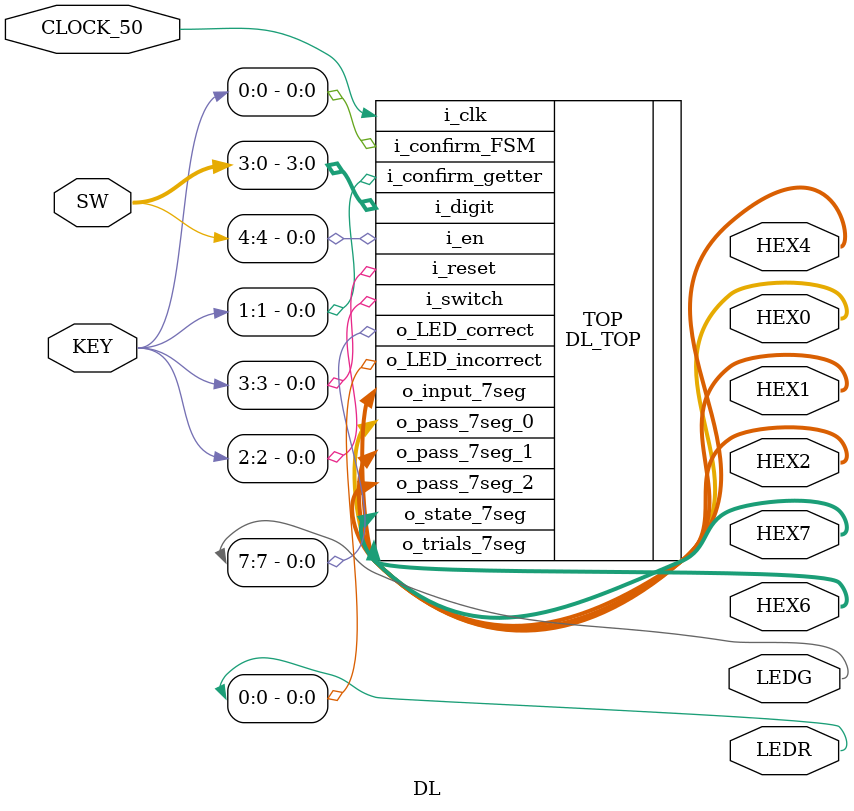
<source format=v>

module DL (
SW,
KEY,
CLOCK_50,
HEX4,
HEX2,
HEX1,
HEX0,
HEX6,
HEX7,
LEDG,
LEDR
);
input [17:0]SW;
input [3:0]KEY;
input CLOCK_50;
output [6:0]HEX4;
output [6:0]HEX2;
output [6:0]HEX1;
output [6:0]HEX0;
output [6:0]HEX6;
output [6:0]HEX7;
output [7:0]LEDG;
output [17:0]LEDR;

DL_TOP TOP(
.i_digit(SW[3:0]),
.i_confirm_getter(KEY[1]),
.i_reset(KEY[3]),
.i_clk(CLOCK_50),
.i_confirm_FSM(KEY[0]),
.i_switch(KEY[2]),
.i_en(SW[4]),
.o_input_7seg(HEX4),
.o_pass_7seg_2(HEX2),
.o_pass_7seg_1(HEX1),
.o_pass_7seg_0(HEX0),
.o_trials_7seg(HEX6),
.o_state_7seg(HEX7),
.o_LED_correct(LEDG[7]),
.o_LED_incorrect(LEDR[0])

);
endmodule 
</source>
